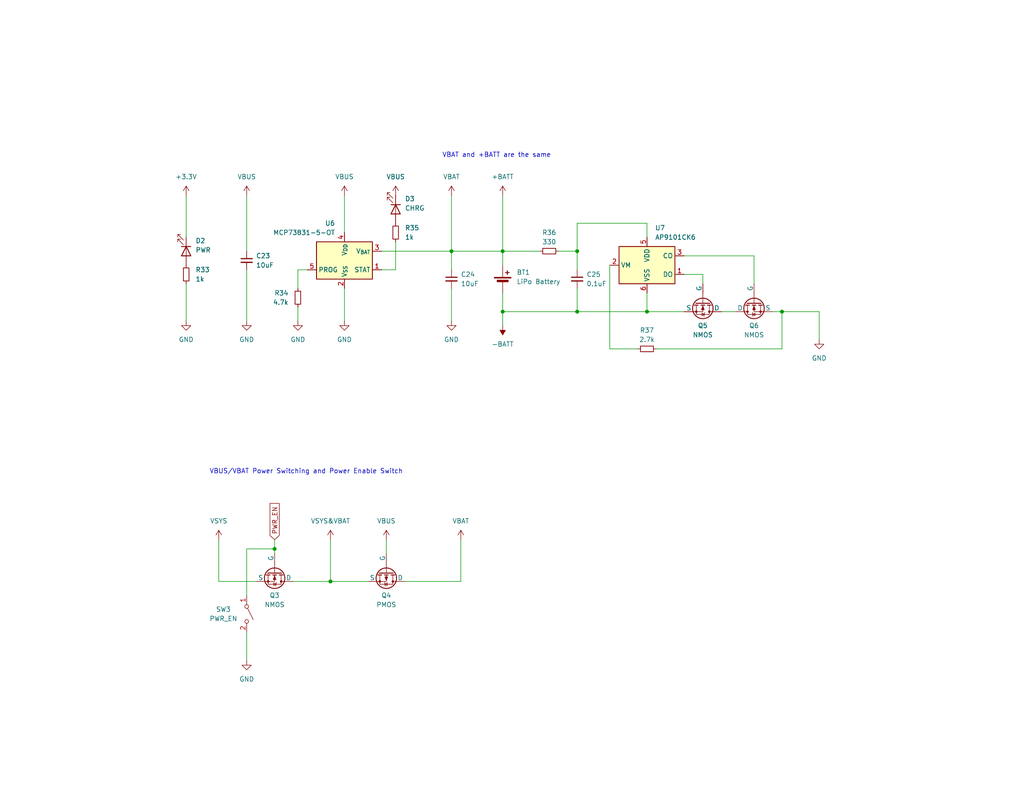
<source format=kicad_sch>
(kicad_sch (version 20230121) (generator eeschema)
  (paper "A")
  (title_block (title "pico_synth_sandbox") (date "2023-08-30") (rev "1") (comment 3 "dcdalrymple.com/picosynth/") (comment 4 "D Cooper Dalrymple"))
  (lib_symbols
    (symbol "Battery_Management:AP9101CK6"
      (property "Reference" "U" (at -7.62 6.35 0))
      (property "Value" "AP9101CK6" (at 7.62 6.35 0))
      (symbol "AP9101CK6_0_1"
        (rectangle (start -7.62 5.08) (end 7.62 -5.08) (stroke (width 0.254)) (fill (type background)))
      )
      (symbol "AP9101CK6_1_1"
        (pin output line (at 10.16 -2.54 180) (length 2.54) (name "DO") (number "1"))
        (pin passive line (at -10.16 0 0) (length 2.54) (name "VM") (number "2"))
        (pin output line (at 10.16 2.54 180) (length 2.54) (name "CO") (number "3"))
        (pin no_connect line (at -7.62 -2.54 0) (length 2.54) hide (name "NC") (number "4"))
        (pin power_in line (at 0 7.62 270) (length 2.54) (name "VDD") (number "5"))
        (pin power_in line (at 0 -7.62 90) (length 2.54) (name "VSS") (number "6"))
      )
    )
    (symbol "Battery_Management:MCP73831-5-OT"
      (property "Reference" "U" (at -7.62 6.35 0))
      (property "Value" "MCP73831-5-OT" (at 1.27 6.35 0))
      (symbol "MCP73831-5-OT_0_1"
        (rectangle (start -7.62 5.08) (end 7.62 -5.08) (stroke (width 0.254)) (fill (type background)))
      )
      (symbol "MCP73831-5-OT_1_1"
        (pin output line (at 10.16 -2.54 180) (length 2.54) (name "STAT") (number "1"))
        (pin power_in line (at 0 -7.62 90) (length 2.54) (name "V_{SS}") (number "2"))
        (pin power_out line (at 10.16 2.54 180) (length 2.54) (name "V_{BAT}") (number "3"))
        (pin power_in line (at 0 7.62 270) (length 2.54) (name "V_{DD}") (number "4"))
        (pin input line (at -10.16 -2.54 0) (length 2.54) (name "PROG") (number "5"))
      )
    )
    (symbol "Device:Battery_Cell" (pin_numbers hide) (pin_names (offset 0) hide)
      (property "Reference" "BT" (at 2.54 2.54 0))
      (property "Value" "Battery_Cell" (at 2.54 0 0))
      (symbol "Battery_Cell_0_1"
        (rectangle (start -2.286 1.778) (end 2.286 1.524) (fill (type outline)))
        (rectangle (start -1.524 1.016) (end 1.524 0.508) (fill (type outline)))
        (polyline (pts (xy 0 0.762) (xy 0 0)))
        (polyline (pts (xy 0 1.778) (xy 0 2.54)))
        (polyline (pts (xy 0.762 3.048) (xy 1.778 3.048)) (stroke (width 0.254)))
        (polyline (pts (xy 1.27 3.556) (xy 1.27 2.54)) (stroke (width 0.254)))
      )
      (symbol "Battery_Cell_1_1"
        (pin passive line (at 0 5.08 270) (length 2.54) (name "+") (number "1"))
        (pin passive line (at 0 -2.54 90) (length 2.54) (name "-") (number "2"))
      )
    )
    (symbol "Device:C_Small" (pin_numbers hide) (pin_names (offset 0.254) hide)
      (property "Reference" "C" (at 0.254 1.778 0))
      (property "Value" "C_Small" (at 0.254 -2.032 0))
      (symbol "C_Small_0_1"
        (polyline (pts (xy -1.524 -0.508) (xy 1.524 -0.508)) (stroke (width 0.3302)))
        (polyline (pts (xy -1.524 0.508) (xy 1.524 0.508)) (stroke (width 0.3048)))
      )
      (symbol "C_Small_1_1"
        (pin passive line (at 0 2.54 270) (length 2.032) (name "~") (number "1"))
        (pin passive line (at 0 -2.54 90) (length 2.032) (name "~") (number "2"))
      )
    )
    (symbol "Device:LED" (pin_numbers hide) (pin_names (offset 1.016) hide)
      (property "Reference" "D" (at 0 2.54 0))
      (property "Value" "LED" (at 0 -2.54 0))
      (symbol "LED_0_1"
        (polyline (pts (xy -1.27 -1.27) (xy -1.27 1.27)) (stroke (width 0.254)))
        (polyline (pts (xy -1.27 0) (xy 1.27 0)))
        (polyline (pts (xy 1.27 -1.27) (xy 1.27 1.27) (xy -1.27 0) (xy 1.27 -1.27)) (stroke (width 0.254)))
        (polyline (pts (xy -3.048 -0.762) (xy -4.572 -2.286) (xy -3.81 -2.286) (xy -4.572 -2.286) (xy -4.572 -1.524)))
        (polyline (pts (xy -1.778 -0.762) (xy -3.302 -2.286) (xy -2.54 -2.286) (xy -3.302 -2.286) (xy -3.302 -1.524)))
      )
      (symbol "LED_1_1"
        (pin passive line (at -3.81 0 0) (length 2.54) (name "K") (number "1"))
        (pin passive line (at 3.81 0 180) (length 2.54) (name "A") (number "2"))
      )
    )
    (symbol "Device:R_Small" (pin_numbers hide) (pin_names (offset 0.254) hide)
      (property "Reference" "R" (at 0.762 0.508 0))
      (property "Value" "R_Small" (at 0.762 -1.016 0))
      (symbol "R_Small_0_1"
        (rectangle (start -0.762 1.778) (end 0.762 -1.778) (stroke (width 0.2032)))
      )
      (symbol "R_Small_1_1"
        (pin passive line (at 0 2.54 270) (length 0.762) (name "~") (number "1"))
        (pin passive line (at 0 -2.54 90) (length 0.762) (name "~") (number "2"))
      )
    )
    (symbol "Simulation_SPICE:NMOS" (pin_numbers hide) (pin_names (offset 0))
      (property "Reference" "Q" (at 5.08 1.27 0))
      (property "Value" "NMOS" (at 5.08 -1.27 0))
      (symbol "NMOS_0_1"
        (polyline (pts (xy 0.254 0) (xy -2.54 0)))
        (polyline (pts (xy 0.254 1.905) (xy 0.254 -1.905)) (stroke (width 0.254)))
        (polyline (pts (xy 0.762 -1.27) (xy 0.762 -2.286)) (stroke (width 0.254)))
        (polyline (pts (xy 0.762 0.508) (xy 0.762 -0.508)) (stroke (width 0.254)))
        (polyline (pts (xy 0.762 2.286) (xy 0.762 1.27)) (stroke (width 0.254)))
        (polyline (pts (xy 2.54 2.54) (xy 2.54 1.778)))
        (polyline (pts (xy 2.54 -2.54) (xy 2.54 0) (xy 0.762 0)))
        (polyline (pts (xy 0.762 -1.778) (xy 3.302 -1.778) (xy 3.302 1.778) (xy 0.762 1.778)))
        (polyline (pts (xy 1.016 0) (xy 2.032 0.381) (xy 2.032 -0.381) (xy 1.016 0)) (fill (type outline)))
        (polyline (pts (xy 2.794 0.508) (xy 2.921 0.381) (xy 3.683 0.381) (xy 3.81 0.254)))
        (polyline (pts (xy 3.302 0.381) (xy 2.921 -0.254) (xy 3.683 -0.254) (xy 3.302 0.381)))
        (circle (center 1.651 0) (radius 2.794) (stroke (width 0.254)))
        (circle (center 2.54 -1.778) (radius 0.254) (fill (type outline)))
        (circle (center 2.54 1.778) (radius 0.254) (fill (type outline)))
      )
      (symbol "NMOS_1_1"
        (pin passive line (at 2.54 5.08 270) (length 2.54) (name "D") (number "1"))
        (pin input line (at -5.08 0 0) (length 2.54) (name "G") (number "2"))
        (pin passive line (at 2.54 -5.08 90) (length 2.54) (name "S") (number "3"))
      )
    )
    (symbol "Simulation_SPICE:PMOS" (pin_numbers hide) (pin_names (offset 0))
      (property "Reference" "Q" (at 5.08 1.27 0))
      (property "Value" "PMOS" (at 5.08 -1.27 0))
      (symbol "PMOS_0_1"
        (polyline (pts (xy 0.254 0) (xy -2.54 0)))
        (polyline (pts (xy 0.254 1.905) (xy 0.254 -1.905)) (stroke (width 0.254)))
        (polyline (pts (xy 0.762 -1.27) (xy 0.762 -2.286)) (stroke (width 0.254)))
        (polyline (pts (xy 0.762 0.508) (xy 0.762 -0.508)) (stroke (width 0.254)))
        (polyline (pts (xy 0.762 2.286) (xy 0.762 1.27)) (stroke (width 0.254)))
        (polyline (pts (xy 2.54 2.54) (xy 2.54 1.778)))
        (polyline (pts (xy 2.54 -2.54) (xy 2.54 0) (xy 0.762 0)))
        (polyline (pts (xy 0.762 1.778) (xy 3.302 1.778) (xy 3.302 -1.778) (xy 0.762 -1.778)))
        (polyline (pts (xy 2.286 0) (xy 1.27 0.381) (xy 1.27 -0.381) (xy 2.286 0)) (fill (type outline)))
        (polyline (pts (xy 2.794 -0.508) (xy 2.921 -0.381) (xy 3.683 -0.381) (xy 3.81 -0.254)))
        (polyline (pts (xy 3.302 -0.381) (xy 2.921 0.254) (xy 3.683 0.254) (xy 3.302 -0.381)))
        (circle (center 1.651 0) (radius 2.794) (stroke (width 0.254)))
        (circle (center 2.54 -1.778) (radius 0.254) (fill (type outline)))
        (circle (center 2.54 1.778) (radius 0.254) (fill (type outline)))
      )
      (symbol "PMOS_1_1"
        (pin passive line (at 2.54 5.08 270) (length 2.54) (name "D") (number "1"))
        (pin input line (at -5.08 0 0) (length 2.54) (name "G") (number "2"))
        (pin passive line (at 2.54 -5.08 90) (length 2.54) (name "S") (number "3"))
      )
    )
    (symbol "Switch:SW_SPST" (pin_names (offset 0) hide)
      (property "Reference" "SW" (at 0 3.175 0))
      (property "Value" "SW_SPST" (at 0 -2.54 0))
      (symbol "SW_SPST_0_0"
        (circle (center -2.032 0) (radius 0.508))
        (polyline (pts (xy -1.524 0.254) (xy 1.524 1.778)))
        (circle (center 2.032 0) (radius 0.508))
      )
      (symbol "SW_SPST_1_1"
        (pin passive line (at -5.08 0 0) (length 2.54) (name "A") (number "1"))
        (pin passive line (at 5.08 0 180) (length 2.54) (name "B") (number "2"))
      )
    )
    (symbol "pico_synth_sandbox:VBAT" (power) (pin_names (offset 0))
      (property "Value" "VBAT" (at 0 3.81 0))
      (symbol "VBAT_0_1"
        (polyline (pts (xy -0.762 1.27) (xy 0 2.54)))
        (polyline (pts (xy 0 0) (xy 0 2.54)))
        (polyline (pts (xy 0 2.54) (xy 0.762 1.27)))
      )
      (symbol "VBAT_1_1"
        (pin power_in line (at 0 0 90) (length 0) hide (name "VBAT") (number "1"))
      )
    )
    (symbol "pico_synth_sandbox:VSYS" (power) (pin_names (offset 0))
      (property "Value" "VSYS" (at 0 3.81 0))
      (symbol "VSYS_0_1"
        (polyline (pts (xy -0.762 1.27) (xy 0 2.54)))
        (polyline (pts (xy 0 0) (xy 0 2.54)))
        (polyline (pts (xy 0 2.54) (xy 0.762 1.27)))
      )
      (symbol "VSYS_1_1"
        (pin power_in line (at 0 0 90) (length 0) hide (name "VSYS") (number "1"))
      )
    )
    (symbol "pico_synth_sandbox:VSYS&VBAT" (power) (pin_names (offset 0))
      (property "Value" "VSYS&VBAT" (at 0 3.81 0))
      (symbol "VSYS&VBAT_0_1"
        (polyline (pts (xy -0.762 1.27) (xy 0 2.54)))
        (polyline (pts (xy 0 0) (xy 0 2.54)))
        (polyline (pts (xy 0 2.54) (xy 0.762 1.27)))
      )
      (symbol "VSYS&VBAT_1_1"
        (pin power_in line (at 0 0 90) (length 0) hide (name "VSYS&VBAT") (number "1"))
      )
    )
    (symbol "power:+3.3V" (power) (pin_names (offset 0))
      (property "Value" "+3.3V" (at 0 3.556 0))
      (symbol "+3.3V_0_1"
        (polyline (pts (xy -0.762 1.27) (xy 0 2.54)))
        (polyline (pts (xy 0 0) (xy 0 2.54)))
        (polyline (pts (xy 0 2.54) (xy 0.762 1.27)))
      )
      (symbol "+3.3V_1_1"
        (pin power_in line (at 0 0 90) (length 0) hide (name "+3.3V") (number "1"))
      )
    )
    (symbol "power:+BATT" (power) (pin_names (offset 0))
      (property "Value" "+BATT" (at 0 3.556 0))
      (symbol "+BATT_0_1"
        (polyline (pts (xy -0.762 1.27) (xy 0 2.54)))
        (polyline (pts (xy 0 0) (xy 0 2.54)))
        (polyline (pts (xy 0 2.54) (xy 0.762 1.27)))
      )
      (symbol "+BATT_1_1"
        (pin power_in line (at 0 0 90) (length 0) hide (name "+BATT") (number "1"))
      )
    )
    (symbol "power:-BATT" (power) (pin_names (offset 0))
      (property "Value" "-BATT" (at 0 3.556 0))
      (symbol "-BATT_0_1"
        (polyline (pts (xy 0 0) (xy 0 2.54)))
        (polyline (pts (xy 0.762 1.27) (xy -0.762 1.27) (xy 0 2.54) (xy 0.762 1.27)) (fill (type outline)))
      )
      (symbol "-BATT_1_1"
        (pin power_in line (at 0 0 90) (length 0) hide (name "-BATT") (number "1"))
      )
    )
    (symbol "power:GND" (power) (pin_names (offset 0))
      (property "Value" "GND" (at 0 -3.81 0))
      (symbol "GND_0_1"
        (polyline (pts (xy 0 0) (xy 0 -1.27) (xy 1.27 -1.27) (xy 0 -2.54) (xy -1.27 -1.27) (xy 0 -1.27)))
      )
      (symbol "GND_1_1"
        (pin power_in line (at 0 0 270) (length 0) hide (name "GND") (number "1"))
      )
    )
    (symbol "power:VBUS" (power) (pin_names (offset 0))
      (property "Value" "VBUS" (at 0 3.81 0))
      (symbol "VBUS_0_1"
        (polyline (pts (xy -0.762 1.27) (xy 0 2.54)))
        (polyline (pts (xy 0 0) (xy 0 2.54)))
        (polyline (pts (xy 0 2.54) (xy 0.762 1.27)))
      )
      (symbol "VBUS_1_1"
        (pin power_in line (at 0 0 90) (length 0) hide (name "VBUS") (number "1"))
      )
    )
  )
  (junction (at 157.48 85.09))
  (junction (at 137.16 85.09))
  (junction (at 123.19 68.58))
  (junction (at 90.17 158.75))
  (junction (at 74.93 149.86))
  (junction (at 157.48 68.58))
  (junction (at 176.53 85.09))
  (junction (at 137.16 68.58))
  (junction (at 213.36 85.09))
  (wire (pts (xy 137.16 68.58) (xy 137.16 72.39)))
  (wire (pts (xy 93.98 87.63) (xy 93.98 78.74)))
  (wire (pts (xy 157.48 85.09) (xy 176.53 85.09)))
  (wire (pts (xy 123.19 68.58) (xy 104.14 68.58)))
  (wire (pts (xy 205.74 69.85) (xy 205.74 77.47)))
  (wire (pts (xy 80.01 158.75) (xy 90.17 158.75)))
  (wire (pts (xy 137.16 68.58) (xy 147.32 68.58)))
  (wire (pts (xy 123.19 53.34) (xy 123.19 68.58)))
  (wire (pts (xy 196.85 85.09) (xy 200.66 85.09)))
  (wire (pts (xy 191.77 74.93) (xy 191.77 77.47)))
  (wire (pts (xy 67.31 149.86) (xy 67.31 162.56)))
  (wire (pts (xy 123.19 78.74) (xy 123.19 87.63)))
  (wire (pts (xy 105.41 147.32) (xy 105.41 151.13)))
  (wire (pts (xy 81.28 87.63) (xy 81.28 83.82)))
  (wire (pts (xy 137.16 85.09) (xy 137.16 88.9)))
  (wire (pts (xy 137.16 80.01) (xy 137.16 85.09)))
  (wire (pts (xy 186.69 69.85) (xy 205.74 69.85)))
  (wire (pts (xy 59.69 158.75) (xy 69.85 158.75)))
  (wire (pts (xy 166.37 72.39) (xy 166.37 95.25)))
  (wire (pts (xy 157.48 68.58) (xy 157.48 60.96)))
  (wire (pts (xy 176.53 85.09) (xy 176.53 80.01)))
  (wire (pts (xy 90.17 158.75) (xy 100.33 158.75)))
  (wire (pts (xy 83.82 73.66) (xy 81.28 73.66)))
  (wire (pts (xy 179.07 95.25) (xy 213.36 95.25)))
  (wire (pts (xy 93.98 53.34) (xy 93.98 63.5)))
  (wire (pts (xy 67.31 87.63) (xy 67.31 73.66)))
  (wire (pts (xy 213.36 85.09) (xy 223.52 85.09)))
  (wire (pts (xy 50.8 64.77) (xy 50.8 53.34)))
  (wire (pts (xy 213.36 95.25) (xy 213.36 85.09)))
  (wire (pts (xy 125.73 158.75) (xy 110.49 158.75)))
  (wire (pts (xy 67.31 53.34) (xy 67.31 68.58)))
  (wire (pts (xy 186.69 74.93) (xy 191.77 74.93)))
  (wire (pts (xy 59.69 147.32) (xy 59.69 158.75)))
  (wire (pts (xy 67.31 149.86) (xy 74.93 149.86)))
  (wire (pts (xy 157.48 60.96) (xy 176.53 60.96)))
  (wire (pts (xy 125.73 147.32) (xy 125.73 158.75)))
  (wire (pts (xy 90.17 147.32) (xy 90.17 158.75)))
  (wire (pts (xy 67.31 172.72) (xy 67.31 180.34)))
  (wire (pts (xy 157.48 78.74) (xy 157.48 85.09)))
  (wire (pts (xy 81.28 73.66) (xy 81.28 78.74)))
  (wire (pts (xy 152.4 68.58) (xy 157.48 68.58)))
  (wire (pts (xy 74.93 147.32) (xy 74.93 149.86)))
  (wire (pts (xy 176.53 60.96) (xy 176.53 64.77)))
  (wire (pts (xy 166.37 95.25) (xy 173.99 95.25)))
  (wire (pts (xy 50.8 77.47) (xy 50.8 87.63)))
  (wire (pts (xy 213.36 85.09) (xy 210.82 85.09)))
  (wire (pts (xy 176.53 85.09) (xy 186.69 85.09)))
  (wire (pts (xy 137.16 85.09) (xy 157.48 85.09)))
  (wire (pts (xy 104.14 73.66) (xy 107.95 73.66)))
  (wire (pts (xy 137.16 53.34) (xy 137.16 68.58)))
  (wire (pts (xy 157.48 68.58) (xy 157.48 73.66)))
  (wire (pts (xy 223.52 85.09) (xy 223.52 92.71)))
  (wire (pts (xy 123.19 68.58) (xy 123.19 73.66)))
  (wire (pts (xy 74.93 149.86) (xy 74.93 151.13)))
  (wire (pts (xy 123.19 68.58) (xy 137.16 68.58)))
  (wire (pts (xy 107.95 73.66) (xy 107.95 66.04)))
  (text "VBAT and +BATT are the same" (at 120.65 43.18 0) (effects (font (size 1.27 1.27)) (justify left bottom)))
  (text "VBUS/VBAT Power Switching and Power Enable Switch" (at 57.15 129.54 0) (effects (font (size 1.27 1.27)) (justify left bottom)))
  (global_label "PWR_EN" (shape input) (at 74.93 147.32 90) (property "Intersheetrefs" "${INTERSHEET_REFS}" (effects hide)))
  (symbol (lib_id "power:+BATT") (at 137.16 53.34 0) (unit 1)
    (property "Reference" "#PWR091" (effects hide))
    (property "Value" "+BATT" (at 137.16 48.26 0))
  )
  (symbol (lib_id "pico_synth_sandbox:VBAT") (at 123.19 53.34 0) (unit 1)
    (property "Reference" "#PWR088" (effects hide))
    (property "Value" "VBAT" (at 123.19 48.26 0))
  )
  (symbol (lib_id "power:GND") (at 123.19 87.63 0) (unit 1)
    (property "Reference" "#PWR089" (effects hide))
    (property "Value" "GND" (at 123.19 92.71 0))
  )
  (symbol (lib_id "pico_synth_sandbox:VSYS") (at 59.69 147.32 0) (unit 1)
    (property "Reference" "#PWR078" (effects hide))
    (property "Value" "VSYS" (at 59.69 142.24 0))
  )
  (symbol (lib_id "Battery_Management:AP9101CK6") (at 176.53 72.39 0) (unit 1)
    (property "Reference" "U7" (at 178.7241 62.23 0) (effects (justify left)))
    (property "Value" "AP9101CK6" (at 178.7241 64.77 0) (effects (justify left)))
    (property "Footprint" "Package_TO_SOT_SMD:SOT-23-6" (effects hide))
    (property "Datasheet" "https://www.diodes.com/assets/Datasheets/AP9101C.pdf" (effects hide))
  )
  (symbol (lib_id "power:GND") (at 67.31 87.63 0) (unit 1)
    (property "Reference" "#PWR080" (effects hide))
    (property "Value" "GND" (at 67.31 92.71 0))
  )
  (symbol (lib_id "Simulation_SPICE:NMOS") (at 191.77 82.55 270) (unit 1)
    (property "Reference" "Q5" (at 191.77 88.9 90))
    (property "Value" "NMOS" (at 191.77 91.44 90))
    (property "Footprint" "Package_TO_SOT_SMD:SOT-323_SC-70_Handsoldering" (effects hide))
    (property "Datasheet" "https://ngspice.sourceforge.io/docs/ngspice-manual.pdf" (effects hide))
    (property "Sim.Device" "NMOS" (effects hide))
    (property "Sim.Type" "VDMOS" (effects hide))
    (property "Sim.Pins" "1=D 2=G 3=S" (effects hide))
  )
  (symbol (lib_id "power:GND") (at 223.52 92.71 0) (unit 1)
    (property "Reference" "#PWR093" (effects hide))
    (property "Value" "GND" (at 223.52 97.79 0))
  )
  (symbol (lib_id "Device:R_Small") (at 107.95 63.5 0) (unit 1)
    (property "Reference" "R35" (at 110.49 62.23 0) (effects (justify left)))
    (property "Value" "1k" (at 110.49 64.77 0) (effects (justify left)))
    (property "Footprint" "Resistor_SMD:R_0805_2012Metric_Pad1.20x1.40mm_HandSolder" (effects hide))
  )
  (symbol (lib_id "power:VBUS") (at 107.95 53.34 0) (unit 1)
    (property "Reference" "#PWR087" (effects hide))
    (property "Value" "VBUS" (at 107.95 48.26 0))
  )
  (symbol (lib_id "Switch:SW_SPST") (at 67.31 167.64 270) (unit 1)
    (property "Reference" "SW3" (at 60.96 166.37 90))
    (property "Value" "PWR_EN" (at 60.96 168.91 90))
    (property "Footprint" "Button_Switch_THT:SW_E-Switch_EG1224_SPDT_Angled" (effects hide))
  )
  (symbol (lib_id "Battery_Management:MCP73831-5-OT") (at 93.98 71.12 0) (unit 1)
    (property "Reference" "U6" (at 91.44 60.96 0) (effects (justify right)))
    (property "Value" "MCP73831-5-OT" (at 91.44 63.5 0) (effects (justify right)))
    (property "Footprint" "Package_TO_SOT_SMD:SOT-23-5" (effects hide))
    (property "Datasheet" "http://ww1.microchip.com/downloads/en/DeviceDoc/20001984g.pdf" (effects hide))
  )
  (symbol (lib_id "power:GND") (at 93.98 87.63 0) (unit 1)
    (property "Reference" "#PWR085" (effects hide))
    (property "Value" "GND" (at 93.98 92.71 0))
  )
  (symbol (lib_id "Device:C_Small") (at 67.31 71.12 0) (unit 1)
    (property "Reference" "C23" (at 69.85 69.8563 0) (effects (justify left)))
    (property "Value" "10uF" (at 69.85 72.3963 0) (effects (justify left)))
    (property "Footprint" "Capacitor_SMD:C_0805_2012Metric_Pad1.18x1.45mm_HandSolder" (effects hide))
  )
  (symbol (lib_id "Device:C_Small") (at 157.48 76.2 0) (unit 1)
    (property "Reference" "C25" (at 160.02 74.9363 0) (effects (justify left)))
    (property "Value" "0.1uF" (at 160.02 77.4763 0) (effects (justify left)))
    (property "Footprint" "Capacitor_SMD:C_0603_1608Metric_Pad1.08x0.95mm_HandSolder" (effects hide))
  )
  (symbol (lib_id "Device:R_Small") (at 81.28 81.28 0) (mirror y) (unit 1)
    (property "Reference" "R34" (at 78.74 80.01 0) (effects (justify left)))
    (property "Value" "4.7k" (at 78.74 82.55 0) (effects (justify left)))
    (property "Footprint" "Resistor_SMD:R_0805_2012Metric_Pad1.20x1.40mm_HandSolder" (effects hide))
  )
  (symbol (lib_id "power:VBUS") (at 93.98 53.34 0) (unit 1)
    (property "Reference" "#PWR084" (effects hide))
    (property "Value" "VBUS" (at 93.98 48.26 0))
  )
  (symbol (lib_id "power:VBUS") (at 105.41 147.32 0) (unit 1)
    (property "Reference" "#PWR086" (effects hide))
    (property "Value" "VBUS" (at 105.41 142.24 0))
  )
  (symbol (lib_id "power:-BATT") (at 137.16 88.9 180) (unit 1)
    (property "Reference" "#PWR092" (effects hide))
    (property "Value" "-BATT" (at 137.16 93.98 0))
  )
  (symbol (lib_id "Device:Battery_Cell") (at 137.16 77.47 0) (unit 1)
    (property "Reference" "BT1" (at 140.97 74.3585 0) (effects (justify left)))
    (property "Value" "LiPo Battery" (at 140.97 76.8985 0) (effects (justify left)))
    (property "Footprint" "Connector_JST:JST_PH_S2B-PH-SM4-TB_1x02-1MP_P2.00mm_Horizontal" (effects hide))
  )
  (symbol (lib_id "Simulation_SPICE:NMOS") (at 74.93 156.21 270) (unit 1)
    (property "Reference" "Q3" (at 74.93 162.56 90))
    (property "Value" "NMOS" (at 74.93 165.1 90))
    (property "Footprint" "Package_TO_SOT_SMD:SOT-323_SC-70_Handsoldering" (effects hide))
    (property "Datasheet" "https://ngspice.sourceforge.io/docs/ngspice-manual.pdf" (effects hide))
    (property "Sim.Device" "NMOS" (effects hide))
    (property "Sim.Type" "VDMOS" (effects hide))
    (property "Sim.Pins" "1=D 2=G 3=S" (effects hide))
  )
  (symbol (lib_id "pico_synth_sandbox:VBAT") (at 125.73 147.32 0) (unit 1)
    (property "Reference" "#PWR090" (effects hide))
    (property "Value" "VBAT" (at 125.73 142.24 0))
  )
  (symbol (lib_id "Device:LED") (at 50.8 68.58 270) (unit 1)
    (property "Reference" "D2" (at 53.34 65.7225 90) (effects (justify left)))
    (property "Value" "PWR" (at 53.34 68.2625 90) (effects (justify left)))
    (property "Footprint" "LED_SMD:LED_0603_1608Metric_Pad1.05x0.95mm_HandSolder" (effects hide))
  )
  (symbol (lib_id "pico_synth_sandbox:VSYS&VBAT") (at 90.17 147.32 0) (unit 1)
    (property "Reference" "#PWR083" (effects hide))
    (property "Value" "VSYS&VBAT" (at 90.17 142.24 0))
  )
  (symbol (lib_id "power:GND") (at 67.31 180.34 0) (unit 1)
    (property "Reference" "#PWR081" (effects hide))
    (property "Value" "GND" (at 67.31 185.42 0))
  )
  (symbol (lib_id "Simulation_SPICE:PMOS") (at 105.41 156.21 270) (unit 1)
    (property "Reference" "Q4" (at 105.41 162.56 90))
    (property "Value" "PMOS" (at 105.41 165.1 90))
    (property "Footprint" "Package_TO_SOT_SMD:SOT-323_SC-70_Handsoldering" (effects hide))
    (property "Datasheet" "https://ngspice.sourceforge.io/docs/ngspice-manual.pdf" (effects hide))
    (property "Sim.Device" "PMOS" (effects hide))
    (property "Sim.Type" "VDMOS" (effects hide))
    (property "Sim.Pins" "1=D 2=G 3=S" (effects hide))
  )
  (symbol (lib_id "Device:R_Small") (at 50.8 74.93 0) (unit 1)
    (property "Reference" "R33" (at 53.34 73.66 0) (effects (justify left)))
    (property "Value" "1k" (at 53.34 76.2 0) (effects (justify left)))
    (property "Footprint" "Resistor_SMD:R_0805_2012Metric_Pad1.20x1.40mm_HandSolder" (effects hide))
  )
  (symbol (lib_id "Device:C_Small") (at 123.19 76.2 0) (unit 1)
    (property "Reference" "C24" (at 125.73 74.9363 0) (effects (justify left)))
    (property "Value" "10uF" (at 125.73 77.4763 0) (effects (justify left)))
    (property "Footprint" "Capacitor_SMD:C_0805_2012Metric_Pad1.18x1.45mm_HandSolder" (effects hide))
  )
  (symbol (lib_id "power:+3.3V") (at 50.8 53.34 0) (unit 1)
    (property "Reference" "#PWR076" (effects hide))
    (property "Value" "+3.3V" (at 50.8 48.26 0))
  )
  (symbol (lib_id "power:GND") (at 81.28 87.63 0) (unit 1)
    (property "Reference" "#PWR082" (effects hide))
    (property "Value" "GND" (at 81.28 92.71 0))
  )
  (symbol (lib_id "Device:R_Small") (at 149.86 68.58 90) (unit 1)
    (property "Reference" "R36" (at 149.86 63.5 90))
    (property "Value" "330" (at 149.86 66.04 90))
    (property "Footprint" "Resistor_SMD:R_0805_2012Metric_Pad1.20x1.40mm_HandSolder" (effects hide))
  )
  (symbol (lib_id "power:VBUS") (at 67.31 53.34 0) (unit 1)
    (property "Reference" "#PWR079" (effects hide))
    (property "Value" "VBUS" (at 67.31 48.26 0))
  )
  (symbol (lib_id "Device:R_Small") (at 176.53 95.25 90) (unit 1)
    (property "Reference" "R37" (at 176.53 90.17 90))
    (property "Value" "2.7k" (at 176.53 92.71 90))
    (property "Footprint" "Resistor_SMD:R_0805_2012Metric_Pad1.20x1.40mm_HandSolder" (effects hide))
  )
  (symbol (lib_id "power:GND") (at 50.8 87.63 0) (unit 1)
    (property "Reference" "#PWR077" (effects hide))
    (property "Value" "GND" (at 50.8 92.71 0))
  )
  (symbol (lib_id "Device:LED") (at 107.95 57.15 270) (unit 1)
    (property "Reference" "D3" (at 110.49 54.2925 90) (effects (justify left)))
    (property "Value" "CHRG" (at 110.49 56.8325 90) (effects (justify left)))
    (property "Footprint" "LED_SMD:LED_0603_1608Metric_Pad1.05x0.95mm_HandSolder" (effects hide))
  )
  (symbol (lib_id "Simulation_SPICE:NMOS") (at 205.74 82.55 90) (mirror x) (unit 1)
    (property "Reference" "Q6" (at 205.74 88.9 90))
    (property "Value" "NMOS" (at 205.74 91.44 90))
    (property "Footprint" "Package_TO_SOT_SMD:SOT-323_SC-70_Handsoldering" (effects hide))
    (property "Datasheet" "https://ngspice.sourceforge.io/docs/ngspice-manual.pdf" (effects hide))
    (property "Sim.Device" "NMOS" (effects hide))
    (property "Sim.Type" "VDMOS" (effects hide))
    (property "Sim.Pins" "1=D 2=G 3=S" (effects hide))
  )
)
</source>
